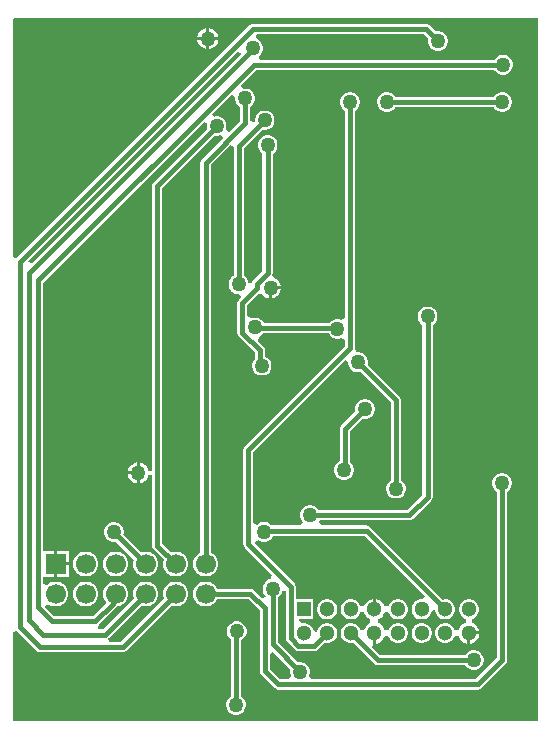
<source format=gbr>
%FSTAX23Y23*%
%MOIN*%
%SFA1B1*%

%IPPOS*%
%ADD42C,0.017716*%
%ADD43C,0.051181*%
%ADD44R,0.051181X0.051181*%
%ADD45R,0.066929X0.066929*%
%ADD46C,0.066929*%
%ADD47C,0.050000*%
%LNpcb1_copper_signal_bot-1*%
%LPD*%
G36*
X02051Y0022D02*
X00303D01*
Y00518*
X00314Y00522*
X00314*
X00381Y00456*
X00386Y00452*
X00393Y00451*
X00668*
X00674Y00452*
X0068Y00456*
X0083Y00606*
X00839Y00603*
X0085*
X0086Y00606*
X0087Y00611*
X00878Y00619*
X00883Y00629*
X00886Y00639*
Y0065*
X00883Y0066*
X00878Y0067*
X0087Y00678*
X0086Y00683*
X0085Y00686*
X00839*
X00829Y00683*
X00819Y00678*
X00811Y0067*
X00806Y0066*
X00803Y0065*
Y00639*
X00806Y0063*
X00661Y00485*
X00624*
X0062Y00497*
X00622Y00497*
X0073Y00606*
X00739Y00603*
X0075*
X0076Y00606*
X0077Y00611*
X00778Y00619*
X00783Y00629*
X00786Y00639*
Y0065*
X00783Y0066*
X00778Y0067*
X0077Y00678*
X0076Y00683*
X0075Y00686*
X00739*
X00729Y00683*
X00719Y00678*
X00711Y0067*
X00706Y0066*
X00703Y0065*
Y00639*
X00706Y0063*
X00602Y00527*
X00587*
X00587Y00527*
X00585Y00538*
X00588Y00541*
X00647Y006*
X0065Y00603*
X0065*
X0066Y00606*
X0067Y00611*
X00678Y00619*
X00683Y00629*
X00686Y00639*
Y0065*
X00683Y0066*
X00678Y0067*
X0067Y00678*
X0066Y00683*
X0065Y00686*
X00639*
X00629Y00683*
X00619Y00678*
X00611Y0067*
X00606Y0066*
X00603Y0065*
Y00639*
X00606Y00629*
X00611Y00619*
X00615Y00616*
X00569Y0057*
X0044*
X00409Y00601*
X00409Y00604*
X00412Y00607*
X00422Y00609*
X00429Y00606*
X00439Y00603*
X0045*
X0046Y00606*
X0047Y00611*
X00478Y00619*
X00483Y00629*
X00486Y00639*
Y0065*
X00483Y0066*
X00478Y0067*
X0047Y00678*
X0046Y00683*
X0045Y00686*
X00439*
X00429Y00683*
X00419Y00678*
X00415Y00673*
X00403Y00678*
Y00701*
X0044*
Y00745*
Y00788*
X00403*
Y01682*
X00939Y02219*
X0095Y02213*
X00949Y02208*
Y02199*
X0095Y02196*
X00771Y02017*
X00767Y02012*
X00766Y02005*
Y01056*
X00754Y01055*
X00752Y01062*
X00748Y0107*
X00741Y01076*
X00733Y01081*
X00725Y01083*
Y01048*
Y01014*
X00733Y01016*
X00741Y0102*
X00748Y01027*
X00752Y01035*
X00754Y01042*
X00766Y01041*
Y00806*
X00767Y008*
X00771Y00794*
X00806Y00759*
X00803Y0075*
Y00739*
X00806Y00729*
X00811Y00719*
X00819Y00711*
X00829Y00706*
X00839Y00703*
X0085*
X0086Y00706*
X0087Y00711*
X00878Y00719*
X00883Y00729*
X00886Y00739*
Y0075*
X00883Y0076*
X00878Y0077*
X0087Y00778*
X0086Y00783*
X0085Y00786*
X00839*
X0083Y00783*
X008Y00813*
Y01998*
X00974Y02172*
X00977Y02171*
X00986*
X00994Y02173*
X00995Y02174*
X01002Y02164*
X00932Y02094*
X00929Y02089*
X00927Y02082*
Y00782*
X00919Y00778*
X00911Y0077*
X00906Y0076*
X00903Y0075*
Y00739*
X00906Y00729*
X00911Y00719*
X00919Y00711*
X00929Y00706*
X00939Y00703*
X0095*
X0096Y00706*
X0097Y00711*
X00978Y00719*
X00983Y00729*
X00986Y00739*
Y0075*
X00983Y0076*
X00978Y0077*
X0097Y00778*
X00962Y00782*
Y02075*
X01026Y0214*
X01032Y02138*
X01038Y02134*
Y01705*
X01034Y01703*
X01028Y01697*
X01024Y01689*
X01022Y01681*
Y01672*
X01024Y01664*
X01028Y01656*
X01034Y0165*
X01042Y01646*
X0105Y01644*
X01056*
X01061Y01635*
X01061Y01633*
X01055Y01626*
X01051Y01621*
X0105Y01614*
Y01516*
X01051Y01509*
X01055Y01503*
X01108Y0145*
Y01429*
X01105Y01426*
X01101Y01418*
X01098Y0141*
Y01401*
X01101Y01393*
X01105Y01385*
X01111Y01379*
X01119Y01375*
X01127Y01373*
X01136*
X01144Y01375*
X01151Y01379*
X01158Y01385*
X01162Y01393*
X01164Y01401*
Y0141*
X01162Y01418*
X01158Y01426*
X01151Y01432*
X01144Y01436*
X01142Y01437*
Y01457*
X01141Y01464*
X01137Y01469*
X01118Y01489*
X01121Y01502*
X01121Y01502*
X01129Y01507*
X01135Y01513*
X01136Y01514*
X01355*
X01358Y01508*
X01364Y01502*
X01371Y01498*
X0138Y01496*
X01388*
X01397Y01498*
X01397Y01498*
X01409Y01491*
Y01471*
X01075Y01138*
X01071Y01132*
X0107Y01125*
Y0081*
X01071Y00803*
X01075Y00798*
X01166Y00707*
X01164Y007*
X01161Y00694*
X01155Y00693*
X01147Y00688*
X01141Y00682*
X01137Y00675*
X01135Y00666*
Y00658*
X01137Y00649*
X01141Y00642*
X01145Y00638*
X01145Y00635*
X01133Y00631*
X01132Y00631*
X01106Y00657*
X01101Y0066*
X01094Y00662*
X00982*
X00978Y0067*
X0097Y00678*
X0096Y00683*
X0095Y00686*
X00939*
X00929Y00683*
X00919Y00678*
X00911Y0067*
X00906Y0066*
X00903Y0065*
Y00639*
X00906Y00629*
X00911Y00619*
X00919Y00611*
X00929Y00606*
X00939Y00603*
X0095*
X0096Y00606*
X0097Y00611*
X00978Y00619*
X00982Y00627*
X01087*
X01125Y0059*
Y00388*
X01126Y00382*
X0113Y00376*
X01175Y00331*
X01181Y00327*
X01187Y00326*
X01851*
X01858Y00327*
X01863Y00331*
X01944Y00412*
X01948Y00417*
X01949Y00424*
Y00986*
X01953Y00988*
X01959Y00994*
X01963Y01002*
X01965Y0101*
Y01019*
X01963Y01027*
X01959Y01035*
X01953Y01041*
X01945Y01045*
X01937Y01047*
X01928*
X0192Y01045*
X01912Y01041*
X01906Y01035*
X01902Y01027*
X01899Y01019*
Y0101*
X01902Y01002*
X01906Y00994*
X01912Y00988*
X01915Y00986*
Y00431*
X01844Y0036*
X01296*
X01289Y00372*
X0129Y00373*
X01292Y00381*
Y0039*
X0129Y00398*
X01286Y00406*
X0128Y00412*
X01272Y00416*
X01264Y00418*
X01255*
X01252Y00417*
X01185Y00484*
Y00634*
X01188Y00636*
X01194Y00642*
X01198Y00649*
X012Y00655*
X01211Y00653*
Y00497*
X01213Y0049*
X01216Y00485*
X01241Y0046*
X01247Y00456*
X01253Y00455*
X01307*
X01314Y00456*
X01319Y0046*
X01341Y00482*
X01345Y00481*
X01354*
X01362Y00483*
X0137Y00488*
X01376Y00494*
X01381Y00502*
X01383Y0051*
Y00519*
X01381Y00527*
X01376Y00535*
X0137Y00541*
X01362Y00546*
X01354Y00548*
X01345*
X01337Y00546*
X01329Y00541*
X01323Y00535*
X01318Y00527*
X01316Y00519*
Y00517*
X01313Y00517*
X01303Y00523*
X01302Y00527*
X01298Y00535*
X01291Y00541*
X01284Y00546*
X01275Y00548*
X01266*
X01265Y00548*
X01255Y00557*
X01256Y0056*
X01304*
Y00627*
X01246*
Y00668*
X01244Y00675*
X01241Y0068*
X01108Y00812*
X01109Y00818*
X01111Y0082*
X01122Y00824*
X01126Y00822*
X01134Y00819*
X01143*
X01151Y00822*
X01158Y00826*
X01165Y00832*
X01168Y00839*
X01474*
X01675Y00637*
X01669Y00627*
X01669Y00627*
X0166*
X01652Y00624*
X01644Y0062*
X01638Y00614*
X01633Y00606*
X01631Y00598*
Y00589*
X01633Y0058*
X01638Y00573*
X01644Y00566*
X01652Y00562*
X0166Y0056*
X01669*
X01677Y00562*
X01685Y00566*
X01691Y00573*
X01696Y0058*
X01697Y00585*
X01706Y0059*
X0171Y00591*
Y00589*
X01712Y0058*
X01716Y00573*
X01723Y00566*
X0173Y00562*
X01739Y0056*
X01748*
X01756Y00562*
X01764Y00566*
X0177Y00573*
X01774Y0058*
X01777Y00589*
Y00598*
X01774Y00606*
X0177Y00614*
X01764Y0062*
X01756Y00624*
X01748Y00627*
X01739*
X01735Y00626*
X01493Y00868*
X01487Y00871*
X01481Y00873*
X01329*
X01323Y00885*
X01326Y0089*
X01624*
X0163Y00891*
X01636Y00895*
X01697Y00956*
X017Y00961*
X01702Y00968*
Y01541*
X01705Y01543*
X01711Y01549*
X01715Y01557*
X01717Y01565*
Y01574*
X01715Y01582*
X01711Y0159*
X01705Y01596*
X01697Y016*
X01689Y01602*
X0168*
X01672Y016*
X01664Y01596*
X01658Y0159*
X01654Y01582*
X01652Y01574*
Y01565*
X01654Y01557*
X01658Y01549*
X01664Y01543*
X01667Y01541*
Y00975*
X01617Y00924*
X01321*
X01319Y00927*
X01313Y00933*
X01305Y00938*
X01297Y0094*
X01288*
X0128Y00938*
X01272Y00933*
X01266Y00927*
X01262Y0092*
X0126Y00911*
Y00903*
X01262Y00894*
X01266Y00887*
X01269Y00885*
X01264Y00873*
X01164*
X01158Y00879*
X01151Y00883*
X01143Y00885*
X01134*
X01126Y00883*
X01118Y00879*
X01116Y00876*
X01104Y00881*
Y01118*
X01408Y01423*
X01419Y01417*
Y01412*
X01422Y01404*
X01426Y01397*
X01432Y01391*
X0144Y01386*
X01448Y01384*
X01457*
X0146Y01385*
X01561Y01284*
Y01024*
X01558Y01022*
X01552Y01016*
X01548Y01008*
X01545Y01*
Y00991*
X01548Y00983*
X01552Y00975*
X01558Y00969*
X01566Y00965*
X01574Y00963*
X01583*
X01591Y00965*
X01598Y00969*
X01605Y00975*
X01609Y00983*
X01611Y00991*
Y01*
X01609Y01008*
X01605Y01016*
X01598Y01022*
X01595Y01024*
Y01291*
X01594Y01297*
X0159Y01303*
X01484Y01409*
X01485Y01412*
Y01421*
X01483Y0143*
X01479Y01437*
X01472Y01443*
X01465Y01447*
X01457Y0145*
X0145*
X01446Y01454*
X01445Y01455*
X01442Y0146*
X01443Y01464*
Y02256*
X01446Y02258*
X01452Y02264*
X01457Y02272*
X01459Y0228*
Y02289*
X01457Y02297*
X01452Y02305*
X01446Y02311*
X01439Y02315*
X0143Y02317*
X01422*
X01413Y02315*
X01406Y02311*
X014Y02305*
X01395Y02297*
X01393Y02289*
Y0228*
X01395Y02272*
X014Y02264*
X01406Y02258*
X01409Y02256*
Y01566*
X01397Y01559*
X01397Y01559*
X01388Y01561*
X0138*
X01371Y01559*
X01364Y01555*
X01358Y01549*
X01357Y01548*
X01138*
X01135Y01553*
X01129Y01559*
X01121Y01563*
X01113Y01566*
X01104*
X01096Y01563*
X01096Y01563*
X01084Y0157*
Y01607*
X0112Y01643*
X01133Y01643*
X01134Y01642*
X01139Y01637*
X01147Y01632*
X01156Y0163*
Y01665*
X01161*
Y0167*
X01196*
X01194Y01678*
X01189Y01686*
X01182Y01693*
X01174Y01697*
X01174Y01697*
X01167Y01708*
X01169Y01715*
Y02112*
X01172Y02114*
X01178Y0212*
X01182Y02128*
X01184Y02136*
Y02145*
X01182Y02153*
X01178Y02161*
X01172Y02167*
X01164Y02171*
X01156Y02173*
X01147*
X01139Y02171*
X01131Y02167*
X01125Y02161*
X01121Y02153*
X01119Y02145*
Y02136*
X01121Y02128*
X01125Y0212*
X01131Y02114*
X01134Y02112*
Y01722*
X01104Y01691*
X011Y01686*
X01099Y01681*
X01087Y01681*
X01085Y01689*
X01081Y01697*
X01075Y01703*
X01072Y01705*
Y0213*
X01133Y02191*
X01137Y02191*
X01146*
X01154Y02193*
X01161Y02197*
X01168Y02203*
X01172Y02211*
X01174Y02219*
Y02228*
X01172Y02236*
X01168Y02244*
X01161Y0225*
X01154Y02254*
X01146Y02256*
X01137*
X01129Y02254*
X01121Y0225*
X01115Y02244*
X01111Y02236*
X01108Y02228*
Y02221*
X01105Y02217*
X01095Y0222*
X01094Y02221*
X01093Y02223*
Y02268*
X01096Y0227*
X01102Y02276*
X01106Y02284*
X01109Y02292*
Y02301*
X01106Y02309*
X01102Y02317*
X01096Y02323*
X01088Y02327*
X0108Y02329*
X01071*
X01062Y02339*
X01062Y02341*
X01113Y02392*
X01907*
X01909Y02389*
X01915Y02383*
X01923Y02379*
X01931Y02376*
X0194*
X01948Y02379*
X01956Y02383*
X01962Y02389*
X01966Y02397*
X01968Y02405*
Y02414*
X01966Y02422*
X01962Y02429*
X01956Y02436*
X01948Y0244*
X0194Y02442*
X01931*
X01923Y0244*
X01915Y02436*
X01909Y02429*
X01907Y02426*
X01127*
X01124Y02435*
X01123Y02438*
X01129Y02443*
X01133Y02451*
X01135Y02459*
Y02468*
X01133Y02476*
X01129Y02484*
X01123Y0249*
X01118Y02493*
X01114Y02502*
X01113Y02507*
X01115Y0251*
X01117Y02511*
X01671*
X01687Y02496*
X01686Y02492*
Y02484*
X01688Y02475*
X01692Y02468*
X01698Y02462*
X01706Y02457*
X01714Y02455*
X01723*
X01731Y02457*
X01739Y02462*
X01745Y02468*
X01749Y02475*
X01752Y02484*
Y02492*
X01749Y02501*
X01745Y02508*
X01739Y02514*
X01731Y02519*
X01723Y02521*
X01714*
X01711Y0252*
X0169Y0254*
X01685Y02544*
X01678Y02545*
X01103*
X01096Y02544*
X01091Y0254*
X00314Y01764*
X00314*
X00303Y01768*
Y02562*
X00307Y02566*
X02051*
Y0022*
G37*
G36*
X01033Y0231D02*
X01043Y02301D01*
Y02292*
X01045Y02284*
X01049Y02276*
X01056Y0227*
X01059Y02268*
Y02221*
X01021Y02183*
X01012Y0219*
X01012Y02191*
X01014Y02199*
Y02208*
X01012Y02216*
X01008Y02224*
X01002Y0223*
X00994Y02234*
X00986Y02237*
X00977*
X00973Y02235*
X00966Y02246*
X01031Y02311*
X01033Y0231*
G37*
G36*
X01062Y02447D02*
X01062Y02446D01*
X00365Y01748*
X00352Y01752*
X00352Y01753*
X0105Y02452*
X0105Y02452*
X01062Y02447*
G37*
G36*
X01227Y00393D02*
X01226Y0039D01*
Y00381*
X01229Y00373*
X01229Y00372*
X01223Y0036*
X01194*
X01159Y00395*
Y00446*
X0117Y00451*
X01227Y00393*
G37*
%LNpcb1_copper_signal_bot-2*%
%LPC*%
G36*
X00957Y0253D02*
Y02501D01*
X00987*
X00985Y02509*
X0098Y02517*
X00974Y02524*
X00966Y02528*
X00957Y0253*
G37*
G36*
X00947D02*
X00939Y02528D01*
X00931Y02524*
X00924Y02517*
X0092Y02509*
X00917Y02501*
X00947*
Y0253*
G37*
G36*
X00987Y02491D02*
X00957D01*
Y02461*
X00966Y02463*
X00974Y02468*
X0098Y02474*
X00985Y02482*
X00987Y02491*
G37*
G36*
X00947D02*
X00917D01*
X0092Y02482*
X00924Y02474*
X00931Y02468*
X00939Y02463*
X00947Y02461*
Y02491*
G37*
G36*
X01553Y02318D02*
X01544D01*
X01536Y02316*
X01528Y02312*
X01522Y02305*
X01518Y02298*
X01515Y0229*
Y02281*
X01518Y02273*
X01522Y02265*
X01528Y02259*
X01536Y02255*
X01544Y02252*
X01553*
X01561Y02255*
X01568Y02259*
X01575Y02265*
X01576Y02268*
X01905*
X01907Y02264*
X01913Y02258*
X01921Y02254*
X01929Y02251*
X01938*
X01946Y02254*
X01954Y02258*
X0196Y02264*
X01964Y02272*
X01966Y0228*
Y02289*
X01964Y02297*
X0196Y02304*
X01954Y02311*
X01946Y02315*
X01938Y02317*
X01929*
X01921Y02315*
X01913Y02311*
X01907Y02304*
X01906Y02302*
X01577*
X01575Y02305*
X01568Y02312*
X01561Y02316*
X01553Y02318*
G37*
G36*
X01196Y0166D02*
X01166D01*
Y0163*
X01174Y01632*
X01182Y01637*
X01189Y01643*
X01194Y01651*
X01196Y0166*
G37*
G36*
X0148Y01294D02*
X01471D01*
X01463Y01292*
X01456Y01288*
X01449Y01282*
X01445Y01274*
X01443Y01266*
Y01257*
X01444Y01254*
X01396Y01206*
X01393Y01201*
X01391Y01194*
Y01087*
X01386Y01084*
X0138Y01078*
X01376Y0107*
X01374Y01062*
Y01053*
X01376Y01045*
X0138Y01037*
X01386Y01031*
X01394Y01027*
X01402Y01025*
X01411*
X01419Y01027*
X01427Y01031*
X01433Y01037*
X01437Y01045*
X01439Y01053*
Y01062*
X01437Y0107*
X01433Y01078*
X01427Y01084*
X01426Y01084*
Y01187*
X01468Y01229*
X01471Y01228*
X0148*
X01488Y01231*
X01496Y01235*
X01502Y01241*
X01506Y01249*
X01509Y01257*
Y01266*
X01506Y01274*
X01502Y01282*
X01496Y01288*
X01488Y01292*
X0148Y01294*
G37*
G36*
X00715Y01083D02*
X00706Y01081D01*
X00698Y01076*
X00692Y0107*
X00687Y01062*
X00685Y01053*
X00715*
Y01083*
G37*
G36*
Y01043D02*
X00685D01*
X00687Y01035*
X00692Y01027*
X00698Y0102*
X00706Y01016*
X00715Y01014*
Y01043*
G37*
G36*
X00488Y00788D02*
X0045D01*
Y0075*
X00488*
Y00788*
G37*
G36*
X0055Y00786D02*
X00539D01*
X00529Y00783*
X00519Y00778*
X00511Y0077*
X00506Y0076*
X00503Y0075*
Y00739*
X00506Y00729*
X00511Y00719*
X00519Y00711*
X00529Y00706*
X00539Y00703*
X0055*
X0056Y00706*
X0057Y00711*
X00578Y00719*
X00583Y00729*
X00586Y00739*
Y0075*
X00583Y0076*
X00578Y0077*
X0057Y00778*
X0056Y00783*
X0055Y00786*
G37*
G36*
X0065D02*
X00639D01*
X00629Y00783*
X00619Y00778*
X00611Y0077*
X00606Y0076*
X00603Y0075*
Y00739*
X00606Y00729*
X00611Y00719*
X00619Y00711*
X00629Y00706*
X00639Y00703*
X0065*
X0066Y00706*
X0067Y00711*
X00678Y00719*
X00683Y00729*
X00686Y00739*
Y0075*
X00683Y0076*
X00678Y0077*
X0067Y00778*
X0066Y00783*
X0065Y00786*
G37*
G36*
X00643Y00883D02*
X00634D01*
X00626Y00881*
X00618Y00877*
X00612Y00871*
X00608Y00863*
X00606Y00855*
Y00846*
X00608Y00838*
X00612Y0083*
X00618Y00824*
X00626Y0082*
X00634Y00818*
X00643*
X00646Y00819*
X00706Y00759*
X00703Y0075*
Y00739*
X00706Y00729*
X00711Y00719*
X00719Y00711*
X00729Y00706*
X00739Y00703*
X0075*
X0076Y00706*
X0077Y00711*
X00778Y00719*
X00783Y00729*
X00786Y00739*
Y0075*
X00783Y0076*
X00778Y0077*
X0077Y00778*
X0076Y00783*
X0075Y00786*
X00739*
X0073Y00783*
X0067Y00843*
X00671Y00846*
Y00855*
X00669Y00863*
X00665Y00871*
X00659Y00877*
X00651Y00881*
X00643Y00883*
G37*
G36*
X00488Y0074D02*
X0045D01*
Y00701*
X00488*
Y0074*
G37*
G36*
X0055Y00686D02*
X00539D01*
X00529Y00683*
X00519Y00678*
X00511Y0067*
X00506Y0066*
X00503Y0065*
Y00639*
X00506Y00629*
X00511Y00619*
X00519Y00611*
X00529Y00606*
X00539Y00603*
X0055*
X0056Y00606*
X0057Y00611*
X00578Y00619*
X00583Y00629*
X00586Y00639*
Y0065*
X00583Y0066*
X00578Y0067*
X0057Y00678*
X0056Y00683*
X0055Y00686*
G37*
G36*
X01512Y00629D02*
Y00593D01*
X01502*
Y00629*
X01493Y00626*
X01485Y00622*
X01479Y00615*
X01474Y00607*
X01473Y00603*
X0146*
X01459Y00606*
X01455Y00614*
X01449Y0062*
X01441Y00624*
X01433Y00627*
X01424*
X01415Y00624*
X01408Y0062*
X01402Y00614*
X01397Y00606*
X01395Y00598*
Y00589*
X01397Y0058*
X01402Y00573*
X01408Y00566*
X01415Y00562*
X01424Y0056*
X01433*
X01441Y00562*
X01449Y00566*
X01455Y00573*
X01459Y0058*
X0146Y00584*
X01473*
X01474Y0058*
X01479Y00571*
X01485Y00565*
X01493Y0056*
X01494Y0056*
Y00548*
X01493Y00548*
X01485Y00543*
X01479Y00536*
X01474Y00528*
X01473Y00524*
X0146*
X01459Y00527*
X01455Y00535*
X01449Y00541*
X01441Y00546*
X01433Y00548*
X01424*
X01415Y00546*
X01408Y00541*
X01402Y00535*
X01397Y00527*
X01395Y00519*
Y0051*
X01397Y00502*
X01402Y00494*
X01408Y00488*
X01415Y00483*
X01424Y00481*
X01433*
X01437Y00482*
X01506Y00413*
X01512Y00409*
X01518Y00408*
X0181*
X01812Y00405*
X01818Y00398*
X01825Y00394*
X01834Y00392*
X01842*
X01851Y00394*
X01858Y00398*
X01864Y00405*
X01869Y00412*
X01871Y0042*
Y00429*
X01869Y00437*
X01864Y00445*
X01858Y00451*
X01851Y00455*
X01842Y00458*
X01834*
X01825Y00455*
X01818Y00451*
X01812Y00445*
X0181Y00442*
X01525*
X01499Y00468*
X01501Y00473*
X01502Y00475*
Y00515*
X01512*
Y00479*
X01521Y00481*
X01529Y00486*
X01536Y00493*
X0154Y00501*
X01541Y00505*
X01554*
X01555Y00502*
X01559Y00494*
X01565Y00488*
X01573Y00483*
X01581Y00481*
X0159*
X01599Y00483*
X01606Y00488*
X01613Y00494*
X01617Y00502*
X01619Y0051*
Y00519*
X01617Y00527*
X01613Y00535*
X01606Y00541*
X01599Y00546*
X0159Y00548*
X01581*
X01573Y00546*
X01565Y00541*
X01559Y00535*
X01555Y00527*
X01554Y00524*
X01541*
X0154Y00528*
X01536Y00536*
X01529Y00543*
X01521Y00548*
X0152Y00548*
Y0056*
X01521Y0056*
X01529Y00565*
X01536Y00571*
X0154Y0058*
X01541Y00584*
X01554*
X01555Y0058*
X01559Y00573*
X01565Y00566*
X01573Y00562*
X01581Y0056*
X0159*
X01599Y00562*
X01606Y00566*
X01613Y00573*
X01617Y0058*
X01619Y00589*
Y00598*
X01617Y00606*
X01613Y00614*
X01606Y0062*
X01599Y00624*
X0159Y00627*
X01581*
X01573Y00624*
X01565Y0062*
X01559Y00614*
X01555Y00606*
X01554Y00603*
X01541*
X0154Y00607*
X01536Y00615*
X01529Y00622*
X01521Y00626*
X01512Y00629*
G37*
G36*
X01354Y00627D02*
X01345D01*
X01337Y00624*
X01329Y0062*
X01323Y00614*
X01318Y00606*
X01316Y00598*
Y00589*
X01318Y0058*
X01323Y00573*
X01329Y00566*
X01337Y00562*
X01345Y0056*
X01354*
X01362Y00562*
X0137Y00566*
X01376Y00573*
X01381Y0058*
X01383Y00589*
Y00598*
X01381Y00606*
X01376Y00614*
X0137Y0062*
X01362Y00624*
X01354Y00627*
G37*
G36*
X01826D02*
X01818D01*
X01809Y00624*
X01801Y0062*
X01795Y00614*
X01791Y00606*
X01789Y00598*
Y00589*
X01791Y0058*
X01795Y00573*
X01801Y00566*
X01809Y00562*
X01813Y00561*
Y00549*
X01808Y00548*
X018Y00543*
X01794Y00536*
X01789Y00528*
X01788Y00524*
X01775*
X01774Y00527*
X0177Y00535*
X01764Y00541*
X01756Y00546*
X01748Y00548*
X01739*
X0173Y00546*
X01723Y00541*
X01716Y00535*
X01712Y00527*
X0171Y00519*
Y0051*
X01712Y00502*
X01716Y00494*
X01723Y00488*
X0173Y00483*
X01739Y00481*
X01748*
X01756Y00483*
X01764Y00488*
X0177Y00494*
X01774Y00502*
X01775Y00505*
X01788*
X01789Y00501*
X01794Y00493*
X018Y00486*
X01808Y00481*
X01817Y00479*
Y00515*
X01822*
Y0052*
X01857*
X01855Y00528*
X0185Y00536*
X01844Y00543*
X01836Y00548*
X01831Y00549*
Y00561*
X01835Y00562*
X01843Y00566*
X01849Y00573*
X01853Y0058*
X01855Y00589*
Y00598*
X01853Y00606*
X01849Y00614*
X01843Y0062*
X01835Y00624*
X01826Y00627*
G37*
G36*
X01669Y00548D02*
X0166D01*
X01652Y00546*
X01644Y00541*
X01638Y00535*
X01633Y00527*
X01631Y00519*
Y0051*
X01633Y00502*
X01638Y00494*
X01644Y00488*
X01652Y00483*
X0166Y00481*
X01669*
X01677Y00483*
X01685Y00488*
X01691Y00494*
X01696Y00502*
X01698Y0051*
Y00519*
X01696Y00527*
X01691Y00535*
X01685Y00541*
X01677Y00546*
X01669Y00548*
G37*
G36*
X01857Y0051D02*
X01827D01*
Y00479*
X01836Y00481*
X01844Y00486*
X0185Y00493*
X01855Y00501*
X01857Y0051*
G37*
G36*
X01052Y00553D02*
X01044D01*
X01035Y00551*
X01028Y00546*
X01022Y0054*
X01017Y00533*
X01015Y00524*
Y00516*
X01017Y00507*
X01022Y005*
X01028Y00494*
X0103Y00493*
Y00304*
X01025Y00302*
X01019Y00296*
X01015Y00288*
X01012Y0028*
Y00271*
X01015Y00263*
X01019Y00255*
X01025Y00249*
X01033Y00245*
X01041Y00242*
X0105*
X01058Y00245*
X01066Y00249*
X01072Y00255*
X01076Y00263*
X01078Y00271*
Y0028*
X01076Y00288*
X01072Y00296*
X01066Y00302*
X01064Y00303*
Y00491*
X01068Y00494*
X01074Y005*
X01079Y00507*
X01081Y00516*
Y00524*
X01079Y00533*
X01074Y0054*
X01068Y00546*
X01061Y00551*
X01052Y00553*
G37*
%LNpcb1_copper_signal_bot-3*%
%LPD*%
G54D42*
X01055Y01677D02*
Y02137D01*
X01141Y02223*
X01067Y01614D02*
X01116Y01663D01*
X01067Y01516D02*
Y01614D01*
X01116Y01663D02*
Y01679D01*
X01152Y01715*
Y02141*
X00783Y02005D02*
X00982Y02204D01*
X00783Y00806D02*
X00845Y00745D01*
X00783Y00806D02*
Y02005D01*
X01518Y00425D02*
X01838D01*
X01428Y00515D02*
X01518Y00425D01*
X01168Y00477D02*
Y00662D01*
Y00477D02*
X01259Y00385D01*
X01452Y01417D02*
X01578Y01291D01*
Y00996D02*
Y01291D01*
X01624Y00907D02*
X01685Y00968D01*
X01292Y00907D02*
X01624D01*
X01407Y01057D02*
X01409Y01059D01*
Y01194*
X01426Y01464D02*
Y02284D01*
X01087Y01125D02*
X01426Y01464D01*
X01382Y01531D02*
X01384Y01528D01*
X01111Y01531D02*
X01382D01*
X01685Y00968D02*
Y0157D01*
X01087Y0081D02*
X01228Y00668D01*
Y00497D02*
Y00668D01*
X01187Y00343D02*
X01851D01*
X01142Y00388D02*
X01187Y00343D01*
X01142Y00388D02*
Y00597D01*
X01045Y00275D02*
X01047Y00277D01*
Y00519*
X01048Y0052*
X01228Y00497D02*
X01253Y00472D01*
X01087Y0081D02*
Y01125D01*
X01142Y00856D02*
X01481D01*
X01138Y00852D02*
X01142Y00856D01*
X01094Y00645D02*
X01142Y00597D01*
X01307Y00472D02*
X0135Y00515D01*
X01253Y00472D02*
X01307D01*
X00945Y00645D02*
X01094D01*
X01549Y02285D02*
X01933D01*
X01934Y02284*
X00386Y0169D02*
X01106Y02409D01*
X01935*
X01548Y02285D02*
X01549Y02285D01*
X01067Y01516D02*
X01125Y01457D01*
Y01412D02*
Y01457D01*
Y01412D02*
X01131Y01406D01*
X01109Y01533D02*
X01111Y01531D01*
X01409Y01194D02*
X01476Y01261D01*
X00639Y0085D02*
X00745Y00745D01*
X01481Y00856D02*
X01743Y00593D01*
X00386Y006D02*
Y0169D01*
X00326Y01752D02*
X01103Y02528D01*
X00326Y00534D02*
Y01752D01*
X01103Y02528D02*
X01678D01*
X00356Y01715D02*
X01102Y02462D01*
Y02464*
X00433Y00553D02*
X00576D01*
X00635Y00612*
X00386Y006D02*
X00433Y00553D01*
X00404Y00509D02*
X00609D01*
X00356Y00558D02*
Y01715D01*
Y00558D02*
X00404Y00509D01*
X00326Y00534D02*
X00393Y00468D01*
X00668*
X00609Y00509D02*
X00745Y00645D01*
X00668Y00468D02*
X00845Y00645D01*
X01076Y02213D02*
Y02297D01*
X00945Y02082D02*
X01076Y02213D01*
X00945Y00745D02*
Y02082D01*
X01851Y00343D02*
X01932Y00424D01*
Y01014*
X01678Y02528D02*
X01719Y02488D01*
X00635Y00612D02*
Y00635D01*
X00645Y00645*
G54D43*
X01822Y00515D03*
X01743D03*
X01665D03*
X01586D03*
X01507D03*
X01428D03*
X0135D03*
X01271D03*
X01822Y00593D03*
X01743D03*
X01665D03*
X01586D03*
X01507D03*
X01428D03*
X0135D03*
G54D44*
X01271Y00593D03*
G54D45*
X00445Y00745D03*
G54D46*
X00545Y00745D03*
X00645D03*
X00745D03*
X00845D03*
X00945D03*
X00445Y00645D03*
X00545D03*
X00645D03*
X00745D03*
X00845D03*
X00945D03*
G54D47*
X01384Y01528D03*
X01452Y01417D03*
X01292Y00907D03*
X01045Y00275D03*
X01048Y0052D03*
X01138Y00852D03*
X01168Y00662D03*
X01934Y02284D03*
X01426Y02284D03*
X01935Y02409D03*
X01548Y02285D03*
X01152Y02141D03*
X01131Y01406D03*
X00639Y0085D03*
X01102Y02464D03*
X01141Y02223D03*
X00982Y02204D03*
X01076Y02297D03*
X01719Y02488D03*
X01476Y01261D03*
X01109Y01533D03*
X01932Y01014D03*
X01685Y0157D03*
X0072Y01048D03*
X01055Y01677D03*
X01161Y01665D03*
X00952Y02496D03*
X01838Y00425D03*
X01259Y00385D03*
X01578Y00996D03*
X01407Y01057D03*
M02*
</source>
